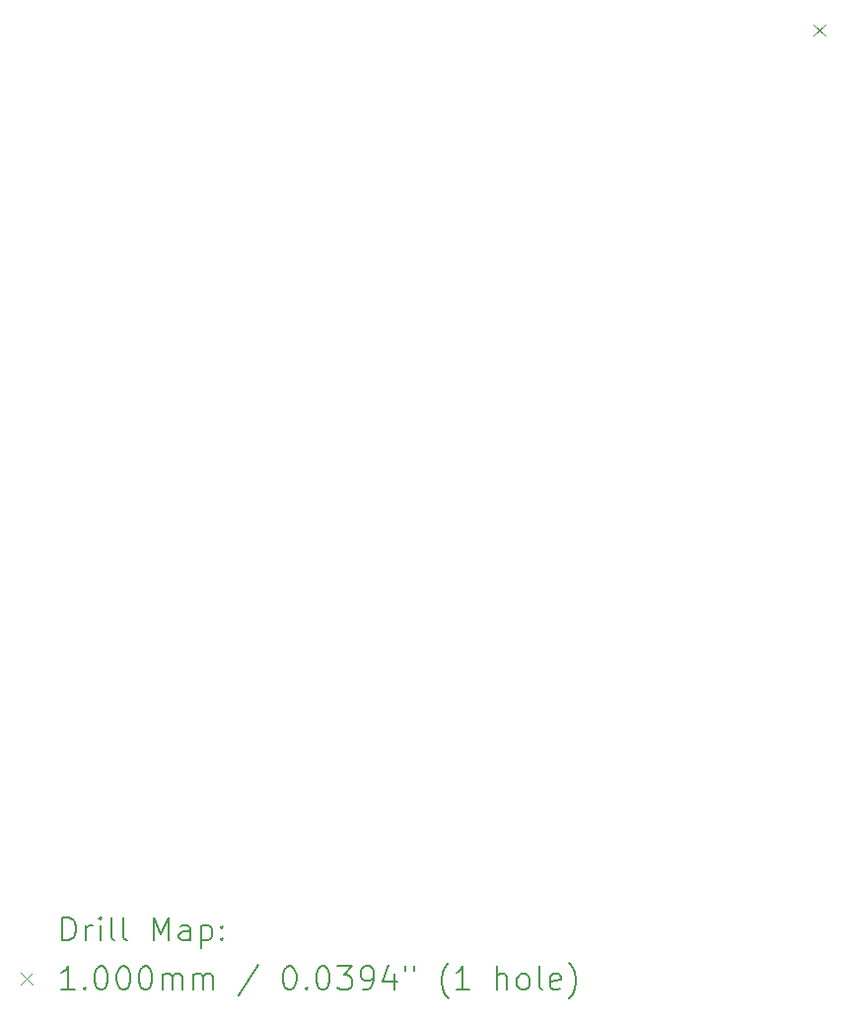
<source format=gbr>
%TF.GenerationSoftware,KiCad,Pcbnew,(6.0.7)*%
%TF.CreationDate,2022-08-20T21:46:37+02:00*%
%TF.ProjectId,demoDino,64656d6f-4469-46e6-9f2e-6b696361645f,rev?*%
%TF.SameCoordinates,Original*%
%TF.FileFunction,Drillmap*%
%TF.FilePolarity,Positive*%
%FSLAX45Y45*%
G04 Gerber Fmt 4.5, Leading zero omitted, Abs format (unit mm)*
G04 Created by KiCad (PCBNEW (6.0.7)) date 2022-08-20 21:46:37*
%MOMM*%
%LPD*%
G01*
G04 APERTURE LIST*
%ADD10C,0.200000*%
%ADD11C,0.100000*%
G04 APERTURE END LIST*
D10*
D11*
X9110906Y-3184747D02*
X9210906Y-3284747D01*
X9210906Y-3184747D02*
X9110906Y-3284747D01*
D10*
X2657619Y-11048694D02*
X2657619Y-10848694D01*
X2705238Y-10848694D01*
X2733809Y-10858218D01*
X2752857Y-10877266D01*
X2762381Y-10896313D01*
X2771904Y-10934409D01*
X2771904Y-10962980D01*
X2762381Y-11001075D01*
X2752857Y-11020123D01*
X2733809Y-11039171D01*
X2705238Y-11048694D01*
X2657619Y-11048694D01*
X2857619Y-11048694D02*
X2857619Y-10915361D01*
X2857619Y-10953456D02*
X2867142Y-10934409D01*
X2876666Y-10924885D01*
X2895714Y-10915361D01*
X2914762Y-10915361D01*
X2981428Y-11048694D02*
X2981428Y-10915361D01*
X2981428Y-10848694D02*
X2971904Y-10858218D01*
X2981428Y-10867742D01*
X2990952Y-10858218D01*
X2981428Y-10848694D01*
X2981428Y-10867742D01*
X3105238Y-11048694D02*
X3086190Y-11039171D01*
X3076666Y-11020123D01*
X3076666Y-10848694D01*
X3210000Y-11048694D02*
X3190952Y-11039171D01*
X3181428Y-11020123D01*
X3181428Y-10848694D01*
X3438571Y-11048694D02*
X3438571Y-10848694D01*
X3505238Y-10991552D01*
X3571904Y-10848694D01*
X3571904Y-11048694D01*
X3752857Y-11048694D02*
X3752857Y-10943932D01*
X3743333Y-10924885D01*
X3724285Y-10915361D01*
X3686190Y-10915361D01*
X3667142Y-10924885D01*
X3752857Y-11039171D02*
X3733809Y-11048694D01*
X3686190Y-11048694D01*
X3667142Y-11039171D01*
X3657619Y-11020123D01*
X3657619Y-11001075D01*
X3667142Y-10982028D01*
X3686190Y-10972504D01*
X3733809Y-10972504D01*
X3752857Y-10962980D01*
X3848095Y-10915361D02*
X3848095Y-11115361D01*
X3848095Y-10924885D02*
X3867142Y-10915361D01*
X3905238Y-10915361D01*
X3924285Y-10924885D01*
X3933809Y-10934409D01*
X3943333Y-10953456D01*
X3943333Y-11010599D01*
X3933809Y-11029647D01*
X3924285Y-11039171D01*
X3905238Y-11048694D01*
X3867142Y-11048694D01*
X3848095Y-11039171D01*
X4029047Y-11029647D02*
X4038571Y-11039171D01*
X4029047Y-11048694D01*
X4019523Y-11039171D01*
X4029047Y-11029647D01*
X4029047Y-11048694D01*
X4029047Y-10924885D02*
X4038571Y-10934409D01*
X4029047Y-10943932D01*
X4019523Y-10934409D01*
X4029047Y-10924885D01*
X4029047Y-10943932D01*
D11*
X2300000Y-11328218D02*
X2400000Y-11428218D01*
X2400000Y-11328218D02*
X2300000Y-11428218D01*
D10*
X2762381Y-11468694D02*
X2648095Y-11468694D01*
X2705238Y-11468694D02*
X2705238Y-11268694D01*
X2686190Y-11297266D01*
X2667143Y-11316313D01*
X2648095Y-11325837D01*
X2848095Y-11449647D02*
X2857619Y-11459170D01*
X2848095Y-11468694D01*
X2838571Y-11459170D01*
X2848095Y-11449647D01*
X2848095Y-11468694D01*
X2981428Y-11268694D02*
X3000476Y-11268694D01*
X3019523Y-11278218D01*
X3029047Y-11287742D01*
X3038571Y-11306790D01*
X3048095Y-11344885D01*
X3048095Y-11392504D01*
X3038571Y-11430599D01*
X3029047Y-11449647D01*
X3019523Y-11459170D01*
X3000476Y-11468694D01*
X2981428Y-11468694D01*
X2962381Y-11459170D01*
X2952857Y-11449647D01*
X2943333Y-11430599D01*
X2933809Y-11392504D01*
X2933809Y-11344885D01*
X2943333Y-11306790D01*
X2952857Y-11287742D01*
X2962381Y-11278218D01*
X2981428Y-11268694D01*
X3171904Y-11268694D02*
X3190952Y-11268694D01*
X3210000Y-11278218D01*
X3219523Y-11287742D01*
X3229047Y-11306790D01*
X3238571Y-11344885D01*
X3238571Y-11392504D01*
X3229047Y-11430599D01*
X3219523Y-11449647D01*
X3210000Y-11459170D01*
X3190952Y-11468694D01*
X3171904Y-11468694D01*
X3152857Y-11459170D01*
X3143333Y-11449647D01*
X3133809Y-11430599D01*
X3124285Y-11392504D01*
X3124285Y-11344885D01*
X3133809Y-11306790D01*
X3143333Y-11287742D01*
X3152857Y-11278218D01*
X3171904Y-11268694D01*
X3362381Y-11268694D02*
X3381428Y-11268694D01*
X3400476Y-11278218D01*
X3410000Y-11287742D01*
X3419523Y-11306790D01*
X3429047Y-11344885D01*
X3429047Y-11392504D01*
X3419523Y-11430599D01*
X3410000Y-11449647D01*
X3400476Y-11459170D01*
X3381428Y-11468694D01*
X3362381Y-11468694D01*
X3343333Y-11459170D01*
X3333809Y-11449647D01*
X3324285Y-11430599D01*
X3314762Y-11392504D01*
X3314762Y-11344885D01*
X3324285Y-11306790D01*
X3333809Y-11287742D01*
X3343333Y-11278218D01*
X3362381Y-11268694D01*
X3514762Y-11468694D02*
X3514762Y-11335361D01*
X3514762Y-11354409D02*
X3524285Y-11344885D01*
X3543333Y-11335361D01*
X3571904Y-11335361D01*
X3590952Y-11344885D01*
X3600476Y-11363932D01*
X3600476Y-11468694D01*
X3600476Y-11363932D02*
X3610000Y-11344885D01*
X3629047Y-11335361D01*
X3657619Y-11335361D01*
X3676666Y-11344885D01*
X3686190Y-11363932D01*
X3686190Y-11468694D01*
X3781428Y-11468694D02*
X3781428Y-11335361D01*
X3781428Y-11354409D02*
X3790952Y-11344885D01*
X3810000Y-11335361D01*
X3838571Y-11335361D01*
X3857619Y-11344885D01*
X3867142Y-11363932D01*
X3867142Y-11468694D01*
X3867142Y-11363932D02*
X3876666Y-11344885D01*
X3895714Y-11335361D01*
X3924285Y-11335361D01*
X3943333Y-11344885D01*
X3952857Y-11363932D01*
X3952857Y-11468694D01*
X4343333Y-11259170D02*
X4171904Y-11516313D01*
X4600476Y-11268694D02*
X4619524Y-11268694D01*
X4638571Y-11278218D01*
X4648095Y-11287742D01*
X4657619Y-11306790D01*
X4667143Y-11344885D01*
X4667143Y-11392504D01*
X4657619Y-11430599D01*
X4648095Y-11449647D01*
X4638571Y-11459170D01*
X4619524Y-11468694D01*
X4600476Y-11468694D01*
X4581428Y-11459170D01*
X4571904Y-11449647D01*
X4562381Y-11430599D01*
X4552857Y-11392504D01*
X4552857Y-11344885D01*
X4562381Y-11306790D01*
X4571904Y-11287742D01*
X4581428Y-11278218D01*
X4600476Y-11268694D01*
X4752857Y-11449647D02*
X4762381Y-11459170D01*
X4752857Y-11468694D01*
X4743333Y-11459170D01*
X4752857Y-11449647D01*
X4752857Y-11468694D01*
X4886190Y-11268694D02*
X4905238Y-11268694D01*
X4924285Y-11278218D01*
X4933809Y-11287742D01*
X4943333Y-11306790D01*
X4952857Y-11344885D01*
X4952857Y-11392504D01*
X4943333Y-11430599D01*
X4933809Y-11449647D01*
X4924285Y-11459170D01*
X4905238Y-11468694D01*
X4886190Y-11468694D01*
X4867143Y-11459170D01*
X4857619Y-11449647D01*
X4848095Y-11430599D01*
X4838571Y-11392504D01*
X4838571Y-11344885D01*
X4848095Y-11306790D01*
X4857619Y-11287742D01*
X4867143Y-11278218D01*
X4886190Y-11268694D01*
X5019524Y-11268694D02*
X5143333Y-11268694D01*
X5076666Y-11344885D01*
X5105238Y-11344885D01*
X5124285Y-11354409D01*
X5133809Y-11363932D01*
X5143333Y-11382980D01*
X5143333Y-11430599D01*
X5133809Y-11449647D01*
X5124285Y-11459170D01*
X5105238Y-11468694D01*
X5048095Y-11468694D01*
X5029047Y-11459170D01*
X5019524Y-11449647D01*
X5238571Y-11468694D02*
X5276666Y-11468694D01*
X5295714Y-11459170D01*
X5305238Y-11449647D01*
X5324285Y-11421075D01*
X5333809Y-11382980D01*
X5333809Y-11306790D01*
X5324285Y-11287742D01*
X5314762Y-11278218D01*
X5295714Y-11268694D01*
X5257619Y-11268694D01*
X5238571Y-11278218D01*
X5229047Y-11287742D01*
X5219524Y-11306790D01*
X5219524Y-11354409D01*
X5229047Y-11373456D01*
X5238571Y-11382980D01*
X5257619Y-11392504D01*
X5295714Y-11392504D01*
X5314762Y-11382980D01*
X5324285Y-11373456D01*
X5333809Y-11354409D01*
X5505238Y-11335361D02*
X5505238Y-11468694D01*
X5457619Y-11259170D02*
X5410000Y-11402028D01*
X5533809Y-11402028D01*
X5600476Y-11268694D02*
X5600476Y-11306790D01*
X5676666Y-11268694D02*
X5676666Y-11306790D01*
X5971904Y-11544885D02*
X5962381Y-11535361D01*
X5943333Y-11506790D01*
X5933809Y-11487742D01*
X5924285Y-11459170D01*
X5914762Y-11411551D01*
X5914762Y-11373456D01*
X5924285Y-11325837D01*
X5933809Y-11297266D01*
X5943333Y-11278218D01*
X5962381Y-11249647D01*
X5971904Y-11240123D01*
X6152857Y-11468694D02*
X6038571Y-11468694D01*
X6095714Y-11468694D02*
X6095714Y-11268694D01*
X6076666Y-11297266D01*
X6057619Y-11316313D01*
X6038571Y-11325837D01*
X6390952Y-11468694D02*
X6390952Y-11268694D01*
X6476666Y-11468694D02*
X6476666Y-11363932D01*
X6467142Y-11344885D01*
X6448095Y-11335361D01*
X6419523Y-11335361D01*
X6400476Y-11344885D01*
X6390952Y-11354409D01*
X6600476Y-11468694D02*
X6581428Y-11459170D01*
X6571904Y-11449647D01*
X6562381Y-11430599D01*
X6562381Y-11373456D01*
X6571904Y-11354409D01*
X6581428Y-11344885D01*
X6600476Y-11335361D01*
X6629047Y-11335361D01*
X6648095Y-11344885D01*
X6657619Y-11354409D01*
X6667142Y-11373456D01*
X6667142Y-11430599D01*
X6657619Y-11449647D01*
X6648095Y-11459170D01*
X6629047Y-11468694D01*
X6600476Y-11468694D01*
X6781428Y-11468694D02*
X6762381Y-11459170D01*
X6752857Y-11440123D01*
X6752857Y-11268694D01*
X6933809Y-11459170D02*
X6914762Y-11468694D01*
X6876666Y-11468694D01*
X6857619Y-11459170D01*
X6848095Y-11440123D01*
X6848095Y-11363932D01*
X6857619Y-11344885D01*
X6876666Y-11335361D01*
X6914762Y-11335361D01*
X6933809Y-11344885D01*
X6943333Y-11363932D01*
X6943333Y-11382980D01*
X6848095Y-11402028D01*
X7010000Y-11544885D02*
X7019523Y-11535361D01*
X7038571Y-11506790D01*
X7048095Y-11487742D01*
X7057619Y-11459170D01*
X7067142Y-11411551D01*
X7067142Y-11373456D01*
X7057619Y-11325837D01*
X7048095Y-11297266D01*
X7038571Y-11278218D01*
X7019523Y-11249647D01*
X7010000Y-11240123D01*
M02*

</source>
